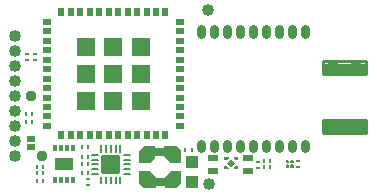
<source format=gbr>
G04 EAGLE Gerber RS-274X export*
G75*
%MOMM*%
%FSLAX34Y34*%
%LPD*%
%INSoldermask Top*%
%IPPOS*%
%AMOC8*
5,1,8,0,0,1.08239X$1,22.5*%
G01*
%ADD10R,0.350000X0.250000*%
%ADD11R,0.800000X0.500000*%
%ADD12R,0.500000X0.800000*%
%ADD13R,1.600000X1.600000*%
%ADD14R,0.320000X0.630000*%
%ADD15R,1.560000X1.060000*%
%ADD16C,1.016000*%
%ADD17R,0.280000X0.430000*%
%ADD18R,0.250000X0.350000*%
%ADD19R,0.430000X0.280000*%
%ADD20C,0.180000*%
%ADD21C,0.320000*%
%ADD22R,2.540000X0.750000*%
%ADD23R,1.000000X1.100000*%
%ADD24C,0.280000*%
%ADD25C,1.108000*%
%ADD26C,0.203200*%
%ADD27C,0.958000*%
%ADD28C,0.800000*%
%ADD29R,0.900000X0.500000*%
%ADD30R,0.700000X0.500000*%
%ADD31R,0.240000X0.240000*%
%ADD32R,0.520000X0.520000*%

G36*
X139550Y25981D02*
X139550Y25981D01*
X139601Y25983D01*
X139633Y26001D01*
X139669Y26009D01*
X139708Y26042D01*
X139753Y26066D01*
X139774Y26096D01*
X139802Y26119D01*
X139823Y26166D01*
X139853Y26208D01*
X139861Y26250D01*
X139873Y26278D01*
X139872Y26308D01*
X139880Y26350D01*
X139880Y35850D01*
X139863Y35924D01*
X139861Y35933D01*
X139860Y35957D01*
X139856Y35966D01*
X139850Y35999D01*
X139843Y36009D01*
X139841Y36019D01*
X139817Y36048D01*
X139787Y36092D01*
X139778Y36109D01*
X139773Y36112D01*
X139769Y36119D01*
X135769Y40119D01*
X135704Y40159D01*
X135642Y40203D01*
X135630Y40205D01*
X135622Y40210D01*
X135585Y40214D01*
X135500Y40230D01*
X125500Y40230D01*
X125450Y40219D01*
X125399Y40217D01*
X125367Y40199D01*
X125331Y40191D01*
X125292Y40158D01*
X125247Y40134D01*
X125226Y40104D01*
X125198Y40081D01*
X125177Y40034D01*
X125147Y39992D01*
X125139Y39950D01*
X125127Y39922D01*
X125128Y39892D01*
X125120Y39850D01*
X125120Y31850D01*
X125137Y31776D01*
X125150Y31701D01*
X125157Y31691D01*
X125159Y31681D01*
X125183Y31652D01*
X125231Y31581D01*
X130731Y26081D01*
X130796Y26041D01*
X130858Y25997D01*
X130870Y25995D01*
X130878Y25990D01*
X130915Y25986D01*
X131000Y25970D01*
X139500Y25970D01*
X139550Y25981D01*
G37*
G36*
X118050Y4981D02*
X118050Y4981D01*
X118101Y4983D01*
X118133Y5001D01*
X118169Y5009D01*
X118208Y5042D01*
X118253Y5066D01*
X118274Y5096D01*
X118302Y5119D01*
X118323Y5166D01*
X118353Y5208D01*
X118361Y5250D01*
X118373Y5278D01*
X118372Y5308D01*
X118380Y5350D01*
X118380Y13850D01*
X118363Y13924D01*
X118350Y13999D01*
X118343Y14009D01*
X118341Y14019D01*
X118317Y14048D01*
X118269Y14119D01*
X113269Y19119D01*
X113204Y19159D01*
X113142Y19203D01*
X113130Y19205D01*
X113122Y19210D01*
X113085Y19214D01*
X113000Y19230D01*
X104500Y19230D01*
X104450Y19219D01*
X104399Y19217D01*
X104367Y19199D01*
X104331Y19191D01*
X104292Y19158D01*
X104247Y19134D01*
X104226Y19104D01*
X104198Y19081D01*
X104177Y19034D01*
X104147Y18992D01*
X104139Y18950D01*
X104127Y18922D01*
X104128Y18892D01*
X104120Y18850D01*
X104120Y9350D01*
X104137Y9276D01*
X104150Y9201D01*
X104157Y9191D01*
X104159Y9181D01*
X104183Y9152D01*
X104231Y9081D01*
X108231Y5081D01*
X108296Y5041D01*
X108358Y4997D01*
X108370Y4995D01*
X108378Y4990D01*
X108415Y4986D01*
X108500Y4970D01*
X118000Y4970D01*
X118050Y4981D01*
G37*
G36*
X135574Y4987D02*
X135574Y4987D01*
X135649Y5000D01*
X135659Y5007D01*
X135669Y5009D01*
X135698Y5033D01*
X135769Y5081D01*
X139769Y9081D01*
X139809Y9146D01*
X139853Y9208D01*
X139855Y9220D01*
X139860Y9228D01*
X139864Y9265D01*
X139880Y9350D01*
X139880Y18850D01*
X139869Y18900D01*
X139867Y18951D01*
X139849Y18983D01*
X139841Y19019D01*
X139808Y19058D01*
X139784Y19103D01*
X139754Y19124D01*
X139731Y19152D01*
X139684Y19173D01*
X139642Y19203D01*
X139600Y19211D01*
X139572Y19223D01*
X139542Y19222D01*
X139500Y19230D01*
X131000Y19230D01*
X130926Y19213D01*
X130851Y19200D01*
X130841Y19193D01*
X130831Y19191D01*
X130802Y19167D01*
X130731Y19119D01*
X125731Y14119D01*
X125691Y14054D01*
X125647Y13992D01*
X125645Y13980D01*
X125640Y13972D01*
X125636Y13935D01*
X125620Y13850D01*
X125620Y5350D01*
X125631Y5300D01*
X125633Y5249D01*
X125651Y5217D01*
X125659Y5181D01*
X125692Y5142D01*
X125716Y5097D01*
X125746Y5076D01*
X125769Y5048D01*
X125816Y5027D01*
X125858Y4997D01*
X125900Y4989D01*
X125928Y4977D01*
X125958Y4978D01*
X126000Y4970D01*
X135500Y4970D01*
X135574Y4987D01*
G37*
G36*
X113074Y25987D02*
X113074Y25987D01*
X113149Y26000D01*
X113159Y26007D01*
X113169Y26009D01*
X113198Y26033D01*
X113269Y26081D01*
X117769Y30581D01*
X117809Y30646D01*
X117853Y30708D01*
X117855Y30720D01*
X117860Y30728D01*
X117864Y30765D01*
X117880Y30850D01*
X117880Y39850D01*
X117869Y39900D01*
X117867Y39951D01*
X117849Y39983D01*
X117841Y40019D01*
X117808Y40058D01*
X117784Y40103D01*
X117754Y40124D01*
X117731Y40152D01*
X117684Y40173D01*
X117642Y40203D01*
X117600Y40211D01*
X117572Y40223D01*
X117542Y40222D01*
X117500Y40230D01*
X108500Y40230D01*
X108426Y40213D01*
X108351Y40200D01*
X108341Y40193D01*
X108331Y40191D01*
X108302Y40167D01*
X108231Y40119D01*
X104231Y36119D01*
X104219Y36099D01*
X104204Y36087D01*
X104186Y36047D01*
X104147Y35992D01*
X104145Y35980D01*
X104140Y35972D01*
X104136Y35936D01*
X104133Y35929D01*
X104133Y35920D01*
X104120Y35850D01*
X104120Y26350D01*
X104131Y26300D01*
X104133Y26249D01*
X104151Y26217D01*
X104159Y26181D01*
X104192Y26142D01*
X104216Y26097D01*
X104246Y26076D01*
X104269Y26048D01*
X104316Y26027D01*
X104358Y25997D01*
X104400Y25989D01*
X104428Y25977D01*
X104458Y25978D01*
X104500Y25970D01*
X113000Y25970D01*
X113074Y25987D01*
G37*
G36*
X188005Y28399D02*
X188005Y28399D01*
X188005Y28400D01*
X188005Y31000D01*
X188001Y31005D01*
X188000Y31005D01*
X184100Y31005D01*
X184095Y31001D01*
X184095Y31000D01*
X184095Y29900D01*
X184097Y29898D01*
X184096Y29896D01*
X185596Y28396D01*
X185599Y28396D01*
X185600Y28395D01*
X188000Y28395D01*
X188005Y28399D01*
G37*
G36*
X178402Y28397D02*
X178402Y28397D01*
X178404Y28396D01*
X179904Y29896D01*
X179904Y29899D01*
X179905Y29900D01*
X179905Y31000D01*
X179901Y31005D01*
X179900Y31005D01*
X176000Y31005D01*
X175995Y31001D01*
X175995Y31000D01*
X175995Y28400D01*
X175999Y28395D01*
X176000Y28395D01*
X178400Y28395D01*
X178402Y28397D01*
G37*
G36*
X188005Y20999D02*
X188005Y20999D01*
X188005Y21000D01*
X188005Y23600D01*
X188001Y23605D01*
X188000Y23605D01*
X185600Y23605D01*
X185598Y23603D01*
X185596Y23604D01*
X184096Y22104D01*
X184096Y22101D01*
X184095Y22100D01*
X184095Y21000D01*
X184099Y20995D01*
X184100Y20995D01*
X188000Y20995D01*
X188005Y20999D01*
G37*
G36*
X179905Y20999D02*
X179905Y20999D01*
X179905Y21000D01*
X179905Y22100D01*
X179903Y22102D01*
X179904Y22104D01*
X178404Y23604D01*
X178401Y23604D01*
X178400Y23605D01*
X176000Y23605D01*
X175995Y23601D01*
X175995Y23600D01*
X175995Y21000D01*
X175999Y20995D01*
X176000Y20995D01*
X179900Y20995D01*
X179905Y20999D01*
G37*
D10*
X15974Y118550D03*
X15974Y113550D03*
D11*
X25867Y145500D03*
X25867Y137500D03*
X25867Y129500D03*
X25867Y121500D03*
X25867Y113500D03*
X25867Y105500D03*
X25867Y97500D03*
X25867Y89500D03*
X25867Y81500D03*
X25867Y73500D03*
X25867Y65500D03*
X25867Y57500D03*
D12*
X38367Y49500D03*
X46367Y49500D03*
X54367Y49500D03*
X62367Y49500D03*
X70367Y49500D03*
X78367Y49500D03*
X86367Y49500D03*
X94367Y49500D03*
X102367Y49500D03*
X110367Y49500D03*
X118367Y49500D03*
X126367Y49500D03*
D11*
X138867Y57500D03*
X138867Y65500D03*
X138867Y73500D03*
X138867Y81500D03*
X138867Y89500D03*
X138867Y97500D03*
X138867Y105500D03*
X138867Y113500D03*
X138867Y121500D03*
X138867Y129500D03*
X138867Y137500D03*
X138867Y145500D03*
D12*
X126367Y153500D03*
X118367Y153500D03*
X110367Y153500D03*
X102367Y153500D03*
X94367Y153500D03*
X86367Y153500D03*
X78367Y153500D03*
X70367Y153500D03*
X62367Y153500D03*
X54367Y153500D03*
X46367Y153500D03*
X38367Y153500D03*
D13*
X59367Y124500D03*
X82367Y124500D03*
X105367Y124500D03*
X59367Y101500D03*
X82367Y101500D03*
X105367Y101500D03*
X59367Y78500D03*
X82367Y78500D03*
X105367Y78500D03*
D10*
X8800Y118550D03*
X8800Y113550D03*
D14*
X47980Y38626D03*
X42980Y38626D03*
X37980Y38626D03*
X32980Y38626D03*
X32980Y12026D03*
X37980Y12026D03*
X42980Y12026D03*
X47980Y12026D03*
D15*
X40480Y25326D03*
D16*
X162500Y155500D03*
X163000Y8000D03*
D17*
X23050Y11000D03*
X17950Y11000D03*
X23050Y17500D03*
X17950Y17500D03*
D18*
X8400Y60550D03*
X13400Y60550D03*
D17*
X13500Y67750D03*
X8400Y67750D03*
D18*
X209550Y27750D03*
X214550Y27750D03*
D17*
X214600Y22300D03*
X209500Y22300D03*
D19*
X204550Y22000D03*
X204550Y27100D03*
D20*
X69300Y32900D02*
X64100Y32900D01*
X64100Y28900D02*
X69300Y28900D01*
X69300Y24900D02*
X64100Y24900D01*
X64100Y20900D02*
X69300Y20900D01*
X69300Y16900D02*
X64100Y16900D01*
X72200Y14000D02*
X72200Y8800D01*
X76200Y8800D02*
X76200Y14000D01*
X80200Y14000D02*
X80200Y8800D01*
X84200Y8800D02*
X84200Y14000D01*
X88200Y14000D02*
X88200Y8800D01*
X91100Y16900D02*
X96300Y16900D01*
X96300Y20900D02*
X91100Y20900D01*
X91100Y24900D02*
X96300Y24900D01*
X96300Y28900D02*
X91100Y28900D01*
X91100Y32900D02*
X96300Y32900D01*
X88200Y35800D02*
X88200Y41000D01*
X84200Y41000D02*
X84200Y35800D01*
X80200Y35800D02*
X80200Y41000D01*
X76200Y41000D02*
X76200Y35800D01*
X72200Y35800D02*
X72200Y41000D01*
D21*
X73800Y18500D02*
X86600Y18500D01*
X73800Y18500D02*
X73800Y31300D01*
X86600Y31300D01*
X86600Y18500D01*
X86600Y21540D02*
X73800Y21540D01*
X73800Y24580D02*
X86600Y24580D01*
X86600Y27620D02*
X73800Y27620D01*
X73800Y30660D02*
X86600Y30660D01*
D22*
X122000Y9850D03*
X122000Y35350D03*
D17*
X55450Y39500D03*
X60550Y39500D03*
X55450Y31500D03*
X60550Y31500D03*
X143350Y36900D03*
X148450Y36900D03*
D19*
X60500Y7450D03*
X60500Y12550D03*
D17*
X60550Y17900D03*
X55450Y17900D03*
D18*
X60500Y25600D03*
X55500Y25600D03*
D23*
X149000Y26600D03*
X149000Y9600D03*
D24*
X296600Y51400D02*
X296600Y62600D01*
X296600Y51400D02*
X259400Y51400D01*
X259400Y62600D01*
X296600Y62600D01*
X296600Y54060D02*
X259400Y54060D01*
X259400Y56720D02*
X296600Y56720D01*
X296600Y59380D02*
X259400Y59380D01*
X259400Y62040D02*
X296600Y62040D01*
D25*
X268000Y57000D03*
X288000Y57000D03*
D18*
X23000Y23100D03*
X18000Y23100D03*
D26*
X232890Y27540D02*
X232892Y27590D01*
X232898Y27640D01*
X232908Y27690D01*
X232921Y27738D01*
X232938Y27786D01*
X232959Y27832D01*
X232983Y27876D01*
X233011Y27918D01*
X233042Y27958D01*
X233076Y27995D01*
X233113Y28030D01*
X233152Y28061D01*
X233193Y28090D01*
X233237Y28115D01*
X233283Y28137D01*
X233330Y28155D01*
X233378Y28169D01*
X233427Y28180D01*
X233477Y28187D01*
X233527Y28190D01*
X233578Y28189D01*
X233628Y28184D01*
X233678Y28175D01*
X233726Y28163D01*
X233774Y28146D01*
X233820Y28126D01*
X233865Y28103D01*
X233908Y28076D01*
X233948Y28046D01*
X233986Y28013D01*
X234021Y27977D01*
X234054Y27938D01*
X234083Y27897D01*
X234109Y27854D01*
X234132Y27809D01*
X234151Y27762D01*
X234166Y27714D01*
X234178Y27665D01*
X234186Y27615D01*
X234190Y27565D01*
X234190Y27515D01*
X234186Y27465D01*
X234178Y27415D01*
X234166Y27366D01*
X234151Y27318D01*
X234132Y27271D01*
X234109Y27226D01*
X234083Y27183D01*
X234054Y27142D01*
X234021Y27103D01*
X233986Y27067D01*
X233948Y27034D01*
X233908Y27004D01*
X233865Y26977D01*
X233820Y26954D01*
X233774Y26934D01*
X233726Y26917D01*
X233678Y26905D01*
X233628Y26896D01*
X233578Y26891D01*
X233527Y26890D01*
X233477Y26893D01*
X233427Y26900D01*
X233378Y26911D01*
X233330Y26925D01*
X233283Y26943D01*
X233237Y26965D01*
X233193Y26990D01*
X233152Y27019D01*
X233113Y27050D01*
X233076Y27085D01*
X233042Y27122D01*
X233011Y27162D01*
X232983Y27204D01*
X232959Y27248D01*
X232938Y27294D01*
X232921Y27342D01*
X232908Y27390D01*
X232898Y27440D01*
X232892Y27490D01*
X232890Y27540D01*
X232890Y23560D02*
X232892Y23610D01*
X232898Y23660D01*
X232908Y23710D01*
X232921Y23758D01*
X232938Y23806D01*
X232959Y23852D01*
X232983Y23896D01*
X233011Y23938D01*
X233042Y23978D01*
X233076Y24015D01*
X233113Y24050D01*
X233152Y24081D01*
X233193Y24110D01*
X233237Y24135D01*
X233283Y24157D01*
X233330Y24175D01*
X233378Y24189D01*
X233427Y24200D01*
X233477Y24207D01*
X233527Y24210D01*
X233578Y24209D01*
X233628Y24204D01*
X233678Y24195D01*
X233726Y24183D01*
X233774Y24166D01*
X233820Y24146D01*
X233865Y24123D01*
X233908Y24096D01*
X233948Y24066D01*
X233986Y24033D01*
X234021Y23997D01*
X234054Y23958D01*
X234083Y23917D01*
X234109Y23874D01*
X234132Y23829D01*
X234151Y23782D01*
X234166Y23734D01*
X234178Y23685D01*
X234186Y23635D01*
X234190Y23585D01*
X234190Y23535D01*
X234186Y23485D01*
X234178Y23435D01*
X234166Y23386D01*
X234151Y23338D01*
X234132Y23291D01*
X234109Y23246D01*
X234083Y23203D01*
X234054Y23162D01*
X234021Y23123D01*
X233986Y23087D01*
X233948Y23054D01*
X233908Y23024D01*
X233865Y22997D01*
X233820Y22974D01*
X233774Y22954D01*
X233726Y22937D01*
X233678Y22925D01*
X233628Y22916D01*
X233578Y22911D01*
X233527Y22910D01*
X233477Y22913D01*
X233427Y22920D01*
X233378Y22931D01*
X233330Y22945D01*
X233283Y22963D01*
X233237Y22985D01*
X233193Y23010D01*
X233152Y23039D01*
X233113Y23070D01*
X233076Y23105D01*
X233042Y23142D01*
X233011Y23182D01*
X232983Y23224D01*
X232959Y23268D01*
X232938Y23314D01*
X232921Y23362D01*
X232908Y23410D01*
X232898Y23460D01*
X232892Y23510D01*
X232890Y23560D01*
X228910Y27540D02*
X228912Y27590D01*
X228918Y27640D01*
X228928Y27690D01*
X228941Y27738D01*
X228958Y27786D01*
X228979Y27832D01*
X229003Y27876D01*
X229031Y27918D01*
X229062Y27958D01*
X229096Y27995D01*
X229133Y28030D01*
X229172Y28061D01*
X229213Y28090D01*
X229257Y28115D01*
X229303Y28137D01*
X229350Y28155D01*
X229398Y28169D01*
X229447Y28180D01*
X229497Y28187D01*
X229547Y28190D01*
X229598Y28189D01*
X229648Y28184D01*
X229698Y28175D01*
X229746Y28163D01*
X229794Y28146D01*
X229840Y28126D01*
X229885Y28103D01*
X229928Y28076D01*
X229968Y28046D01*
X230006Y28013D01*
X230041Y27977D01*
X230074Y27938D01*
X230103Y27897D01*
X230129Y27854D01*
X230152Y27809D01*
X230171Y27762D01*
X230186Y27714D01*
X230198Y27665D01*
X230206Y27615D01*
X230210Y27565D01*
X230210Y27515D01*
X230206Y27465D01*
X230198Y27415D01*
X230186Y27366D01*
X230171Y27318D01*
X230152Y27271D01*
X230129Y27226D01*
X230103Y27183D01*
X230074Y27142D01*
X230041Y27103D01*
X230006Y27067D01*
X229968Y27034D01*
X229928Y27004D01*
X229885Y26977D01*
X229840Y26954D01*
X229794Y26934D01*
X229746Y26917D01*
X229698Y26905D01*
X229648Y26896D01*
X229598Y26891D01*
X229547Y26890D01*
X229497Y26893D01*
X229447Y26900D01*
X229398Y26911D01*
X229350Y26925D01*
X229303Y26943D01*
X229257Y26965D01*
X229213Y26990D01*
X229172Y27019D01*
X229133Y27050D01*
X229096Y27085D01*
X229062Y27122D01*
X229031Y27162D01*
X229003Y27204D01*
X228979Y27248D01*
X228958Y27294D01*
X228941Y27342D01*
X228928Y27390D01*
X228918Y27440D01*
X228912Y27490D01*
X228910Y27540D01*
X228910Y23560D02*
X228912Y23610D01*
X228918Y23660D01*
X228928Y23710D01*
X228941Y23758D01*
X228958Y23806D01*
X228979Y23852D01*
X229003Y23896D01*
X229031Y23938D01*
X229062Y23978D01*
X229096Y24015D01*
X229133Y24050D01*
X229172Y24081D01*
X229213Y24110D01*
X229257Y24135D01*
X229303Y24157D01*
X229350Y24175D01*
X229398Y24189D01*
X229447Y24200D01*
X229497Y24207D01*
X229547Y24210D01*
X229598Y24209D01*
X229648Y24204D01*
X229698Y24195D01*
X229746Y24183D01*
X229794Y24166D01*
X229840Y24146D01*
X229885Y24123D01*
X229928Y24096D01*
X229968Y24066D01*
X230006Y24033D01*
X230041Y23997D01*
X230074Y23958D01*
X230103Y23917D01*
X230129Y23874D01*
X230152Y23829D01*
X230171Y23782D01*
X230186Y23734D01*
X230198Y23685D01*
X230206Y23635D01*
X230210Y23585D01*
X230210Y23535D01*
X230206Y23485D01*
X230198Y23435D01*
X230186Y23386D01*
X230171Y23338D01*
X230152Y23291D01*
X230129Y23246D01*
X230103Y23203D01*
X230074Y23162D01*
X230041Y23123D01*
X230006Y23087D01*
X229968Y23054D01*
X229928Y23024D01*
X229885Y22997D01*
X229840Y22974D01*
X229794Y22954D01*
X229746Y22937D01*
X229698Y22925D01*
X229648Y22916D01*
X229598Y22911D01*
X229547Y22910D01*
X229497Y22913D01*
X229447Y22920D01*
X229398Y22931D01*
X229350Y22945D01*
X229303Y22963D01*
X229257Y22985D01*
X229213Y23010D01*
X229172Y23039D01*
X229133Y23070D01*
X229096Y23105D01*
X229062Y23142D01*
X229031Y23182D01*
X229003Y23224D01*
X228979Y23268D01*
X228958Y23314D01*
X228941Y23362D01*
X228928Y23410D01*
X228918Y23460D01*
X228912Y23510D01*
X228910Y23560D01*
D10*
X238500Y23000D03*
X238500Y28000D03*
D27*
X22000Y32000D03*
X12500Y83000D03*
D28*
X156500Y42500D02*
X156500Y38500D01*
X167500Y38500D02*
X167500Y42500D01*
X178500Y42500D02*
X178500Y38500D01*
X189500Y38500D02*
X189500Y42500D01*
X200500Y42500D02*
X200500Y38500D01*
X211500Y38500D02*
X211500Y42500D01*
X222500Y42500D02*
X222500Y38500D01*
X233500Y38500D02*
X233500Y42500D01*
X244500Y42500D02*
X244500Y38500D01*
X244500Y135500D02*
X244500Y139500D01*
X233500Y139500D02*
X233500Y135500D01*
X222500Y135500D02*
X222500Y139500D01*
X211500Y139500D02*
X211500Y135500D01*
X200500Y135500D02*
X200500Y139500D01*
X189500Y139500D02*
X189500Y135500D01*
X178500Y135500D02*
X178500Y139500D01*
X167500Y139500D02*
X167500Y135500D01*
X156500Y135500D02*
X156500Y139500D01*
D24*
X259400Y112600D02*
X259400Y101400D01*
X259400Y112600D02*
X296600Y112600D01*
X296600Y101400D01*
X259400Y101400D01*
X259400Y104060D02*
X296600Y104060D01*
X296600Y106720D02*
X259400Y106720D01*
X259400Y109380D02*
X296600Y109380D01*
X296600Y112040D02*
X259400Y112040D01*
D25*
X288000Y107000D03*
X268000Y107000D03*
D16*
X-1000Y121300D03*
X-1000Y108600D03*
X-1000Y95900D03*
X-1000Y83200D03*
X-1000Y70500D03*
X-1000Y134000D03*
X-1000Y57400D03*
X-1000Y44700D03*
X-1000Y32000D03*
D29*
X196500Y30500D03*
X196500Y19500D03*
X166500Y30500D03*
X166500Y19500D03*
D30*
X12500Y39250D03*
X12500Y46750D03*
D31*
X177200Y29700D03*
X177200Y22300D03*
X186800Y22300D03*
X186800Y29700D03*
D32*
G36*
X182000Y22324D02*
X178324Y26000D01*
X182000Y29676D01*
X185676Y26000D01*
X182000Y22324D01*
G37*
M02*

</source>
